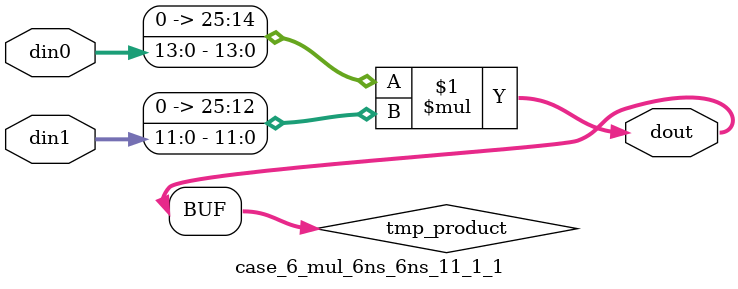
<source format=v>

`timescale 1 ns / 1 ps

 (* use_dsp = "no" *)  module case_6_mul_6ns_6ns_11_1_1(din0, din1, dout);
parameter ID = 1;
parameter NUM_STAGE = 0;
parameter din0_WIDTH = 14;
parameter din1_WIDTH = 12;
parameter dout_WIDTH = 26;

input [din0_WIDTH - 1 : 0] din0; 
input [din1_WIDTH - 1 : 0] din1; 
output [dout_WIDTH - 1 : 0] dout;

wire signed [dout_WIDTH - 1 : 0] tmp_product;
























assign tmp_product = $signed({1'b0, din0}) * $signed({1'b0, din1});











assign dout = tmp_product;





















endmodule

</source>
